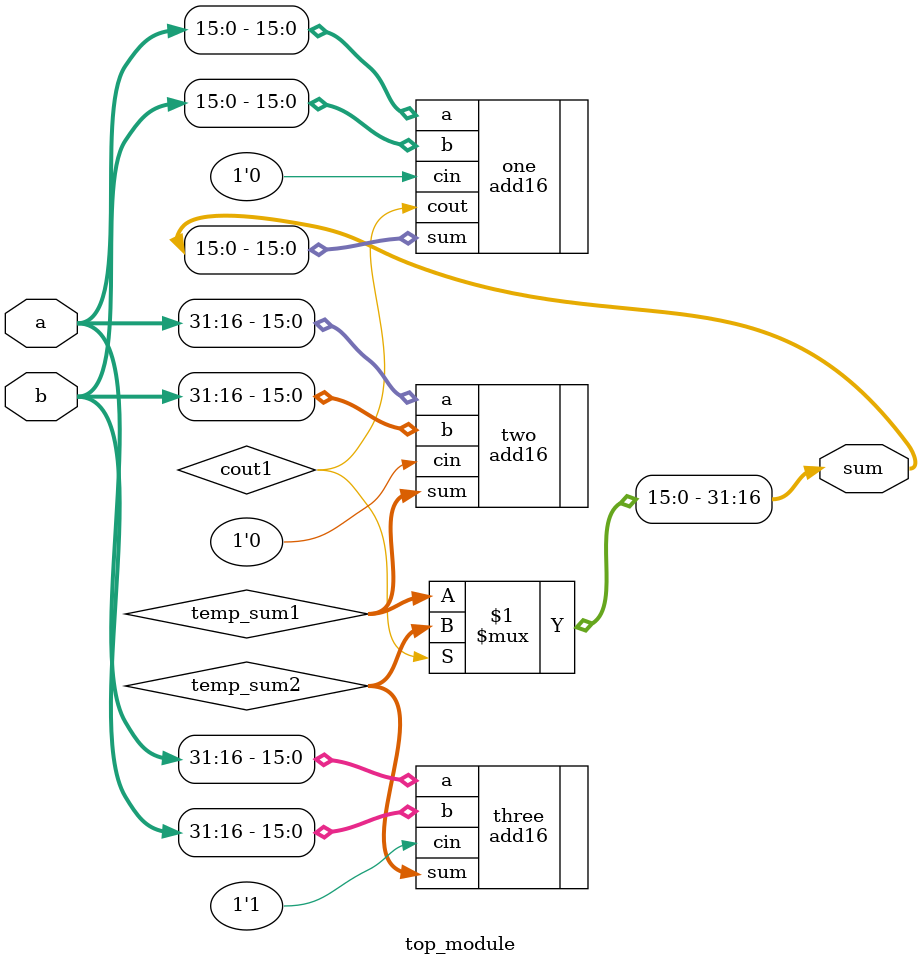
<source format=v>
module top_module(
    input [31:0] a,
    input [31:0] b,
    output [31:0] sum
);
    wire cout1;
    wire [15:0] temp_sum1,temp_sum2;
 add16 one(.a(a[15:0]),.b(b[15:0]),.cin(1'b0),.sum(sum[15:0]),.cout(cout1));
    add16 two(.a(a[31:16]),.b(b[31:16]),.cin(1'b0),.sum(temp_sum1));
    add16 three(.a(a[31:16]),.b(b[31:16]),.cin(1'b1),.sum(temp_sum2));
    assign sum[31:16] = cout1?temp_sum2:temp_sum1;
endmodule

</source>
